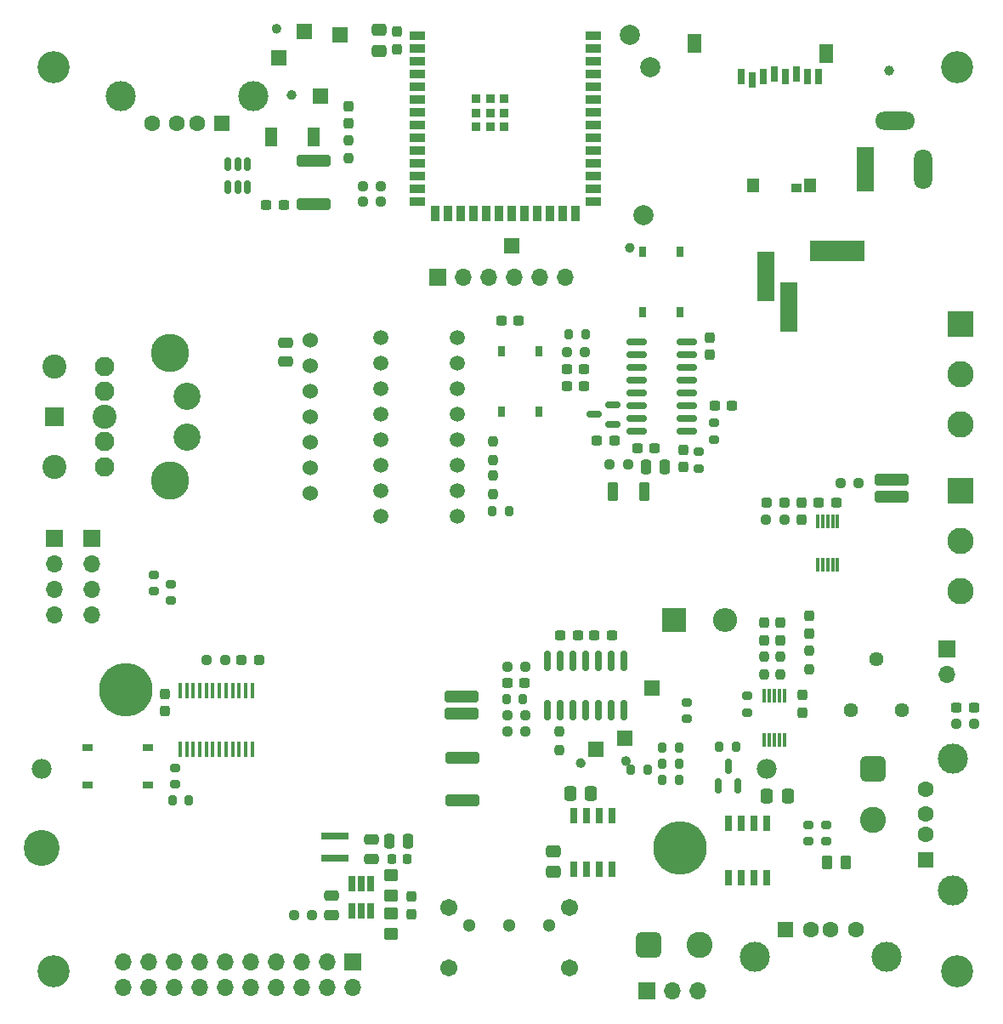
<source format=gbr>
%TF.GenerationSoftware,KiCad,Pcbnew,(6.0.9)*%
%TF.CreationDate,2023-04-07T16:32:21+03:00*%
%TF.ProjectId,ESP32_power_meter_MP3_player_WIFI_radio_V2,45535033-325f-4706-9f77-65725f6d6574,rev?*%
%TF.SameCoordinates,Original*%
%TF.FileFunction,Soldermask,Top*%
%TF.FilePolarity,Negative*%
%FSLAX46Y46*%
G04 Gerber Fmt 4.6, Leading zero omitted, Abs format (unit mm)*
G04 Created by KiCad (PCBNEW (6.0.9)) date 2023-04-07 16:32:21*
%MOMM*%
%LPD*%
G01*
G04 APERTURE LIST*
G04 Aperture macros list*
%AMRoundRect*
0 Rectangle with rounded corners*
0 $1 Rounding radius*
0 $2 $3 $4 $5 $6 $7 $8 $9 X,Y pos of 4 corners*
0 Add a 4 corners polygon primitive as box body*
4,1,4,$2,$3,$4,$5,$6,$7,$8,$9,$2,$3,0*
0 Add four circle primitives for the rounded corners*
1,1,$1+$1,$2,$3*
1,1,$1+$1,$4,$5*
1,1,$1+$1,$6,$7*
1,1,$1+$1,$8,$9*
0 Add four rect primitives between the rounded corners*
20,1,$1+$1,$2,$3,$4,$5,0*
20,1,$1+$1,$4,$5,$6,$7,0*
20,1,$1+$1,$6,$7,$8,$9,0*
20,1,$1+$1,$8,$9,$2,$3,0*%
G04 Aperture macros list end*
%ADD10C,0.487311*%
%ADD11C,1.980000*%
%ADD12C,5.325000*%
%ADD13C,3.585000*%
%ADD14C,1.300000*%
%ADD15C,1.710000*%
%ADD16C,1.500000*%
%ADD17R,0.650000X1.500000*%
%ADD18R,2.700000X0.800000*%
%ADD19R,0.800000X1.500000*%
%ADD20R,1.300000X1.400000*%
%ADD21R,1.000000X0.950000*%
%ADD22R,1.400000X1.900000*%
%ADD23R,1.950000X1.950000*%
%ADD24C,1.950000*%
%ADD25C,2.400000*%
%ADD26R,0.300000X1.400000*%
%ADD27R,0.450000X1.500000*%
%ADD28R,1.200000X1.850000*%
%ADD29RoundRect,0.150000X0.150000X-0.512500X0.150000X0.512500X-0.150000X0.512500X-0.150000X-0.512500X0*%
%ADD30RoundRect,0.237500X-0.237500X0.250000X-0.237500X-0.250000X0.237500X-0.250000X0.237500X0.250000X0*%
%ADD31R,0.700000X1.000000*%
%ADD32RoundRect,0.237500X-0.250000X-0.237500X0.250000X-0.237500X0.250000X0.237500X-0.250000X0.237500X0*%
%ADD33RoundRect,0.150000X-0.150000X0.825000X-0.150000X-0.825000X0.150000X-0.825000X0.150000X0.825000X0*%
%ADD34RoundRect,0.250000X-0.450000X0.350000X-0.450000X-0.350000X0.450000X-0.350000X0.450000X0.350000X0*%
%ADD35RoundRect,0.200000X-0.275000X0.200000X-0.275000X-0.200000X0.275000X-0.200000X0.275000X0.200000X0*%
%ADD36RoundRect,0.237500X-0.300000X-0.237500X0.300000X-0.237500X0.300000X0.237500X-0.300000X0.237500X0*%
%ADD37RoundRect,0.237500X-0.237500X0.300000X-0.237500X-0.300000X0.237500X-0.300000X0.237500X0.300000X0*%
%ADD38R,1.500000X1.500000*%
%ADD39RoundRect,0.250000X0.475000X-0.337500X0.475000X0.337500X-0.475000X0.337500X-0.475000X-0.337500X0*%
%ADD40R,1.700000X1.700000*%
%ADD41O,1.700000X1.700000*%
%ADD42RoundRect,0.237500X0.287500X0.237500X-0.287500X0.237500X-0.287500X-0.237500X0.287500X-0.237500X0*%
%ADD43RoundRect,0.150000X0.150000X-0.587500X0.150000X0.587500X-0.150000X0.587500X-0.150000X-0.587500X0*%
%ADD44RoundRect,0.237500X-0.237500X0.287500X-0.237500X-0.287500X0.237500X-0.287500X0.237500X0.287500X0*%
%ADD45RoundRect,0.150000X0.587500X0.150000X-0.587500X0.150000X-0.587500X-0.150000X0.587500X-0.150000X0*%
%ADD46RoundRect,0.650000X-0.650000X0.650000X-0.650000X-0.650000X0.650000X-0.650000X0.650000X0.650000X0*%
%ADD47C,2.600000*%
%ADD48R,0.650000X1.560000*%
%ADD49R,1.500000X0.900000*%
%ADD50R,0.900000X1.500000*%
%ADD51R,0.900000X0.900000*%
%ADD52RoundRect,0.237500X0.237500X-0.300000X0.237500X0.300000X-0.237500X0.300000X-0.237500X-0.300000X0*%
%ADD53RoundRect,0.200000X0.200000X0.275000X-0.200000X0.275000X-0.200000X-0.275000X0.200000X-0.275000X0*%
%ADD54R,5.500000X2.000000*%
%ADD55R,1.800000X5.000000*%
%ADD56RoundRect,0.250000X-1.450000X0.312500X-1.450000X-0.312500X1.450000X-0.312500X1.450000X0.312500X0*%
%ADD57RoundRect,0.250000X0.262500X0.450000X-0.262500X0.450000X-0.262500X-0.450000X0.262500X-0.450000X0*%
%ADD58RoundRect,0.200000X-0.200000X-0.275000X0.200000X-0.275000X0.200000X0.275000X-0.200000X0.275000X0*%
%ADD59R,1.800000X4.400000*%
%ADD60O,1.800000X4.000000*%
%ADD61O,4.000000X1.800000*%
%ADD62R,1.500000X1.600000*%
%ADD63C,1.600000*%
%ADD64C,3.000000*%
%ADD65RoundRect,0.200000X0.275000X-0.200000X0.275000X0.200000X-0.275000X0.200000X-0.275000X-0.200000X0*%
%ADD66RoundRect,0.237500X0.250000X0.237500X-0.250000X0.237500X-0.250000X-0.237500X0.250000X-0.237500X0*%
%ADD67RoundRect,0.250000X-0.275000X-0.700000X0.275000X-0.700000X0.275000X0.700000X-0.275000X0.700000X0*%
%ADD68RoundRect,0.225000X-0.225000X-0.250000X0.225000X-0.250000X0.225000X0.250000X-0.225000X0.250000X0*%
%ADD69RoundRect,0.250000X-0.337500X-0.475000X0.337500X-0.475000X0.337500X0.475000X-0.337500X0.475000X0*%
%ADD70R,1.000000X0.700000*%
%ADD71R,1.600000X1.500000*%
%ADD72RoundRect,0.250000X-1.450000X0.337500X-1.450000X-0.337500X1.450000X-0.337500X1.450000X0.337500X0*%
%ADD73RoundRect,0.237500X0.300000X0.237500X-0.300000X0.237500X-0.300000X-0.237500X0.300000X-0.237500X0*%
%ADD74C,3.200000*%
%ADD75C,3.810000*%
%ADD76C,2.700000*%
%ADD77C,1.524000*%
%ADD78RoundRect,0.250000X-0.475000X0.250000X-0.475000X-0.250000X0.475000X-0.250000X0.475000X0.250000X0*%
%ADD79RoundRect,0.250000X0.475000X-0.250000X0.475000X0.250000X-0.475000X0.250000X-0.475000X-0.250000X0*%
%ADD80RoundRect,0.237500X0.237500X-0.287500X0.237500X0.287500X-0.237500X0.287500X-0.237500X-0.287500X0*%
%ADD81C,1.440000*%
%ADD82RoundRect,0.237500X0.237500X-0.250000X0.237500X0.250000X-0.237500X0.250000X-0.237500X-0.250000X0*%
%ADD83C,1.000000*%
%ADD84RoundRect,0.150000X0.825000X0.150000X-0.825000X0.150000X-0.825000X-0.150000X0.825000X-0.150000X0*%
%ADD85RoundRect,0.250000X-0.250000X-0.475000X0.250000X-0.475000X0.250000X0.475000X-0.250000X0.475000X0*%
%ADD86C,2.000000*%
%ADD87RoundRect,0.650000X-0.650000X-0.650000X0.650000X-0.650000X0.650000X0.650000X-0.650000X0.650000X0*%
%ADD88R,2.400000X2.400000*%
%ADD89O,2.400000X2.400000*%
%ADD90RoundRect,0.101600X-1.206500X1.206500X-1.206500X-1.206500X1.206500X-1.206500X1.206500X1.206500X0*%
%ADD91C,2.616200*%
G04 APERTURE END LIST*
D10*
X112643655Y-73000000D02*
G75*
G03*
X112643655Y-73000000I-243655J0D01*
G01*
X112255966Y-124100000D02*
G75*
G03*
X112255966Y-124100000I-243655J0D01*
G01*
X78955966Y-57800000D02*
G75*
G03*
X78955966Y-57800000I-243655J0D01*
G01*
X107755966Y-124300000D02*
G75*
G03*
X107755966Y-124300000I-243655J0D01*
G01*
X77455966Y-51200000D02*
G75*
G03*
X77455966Y-51200000I-243655J0D01*
G01*
D11*
%TO.C,U7*%
X126040000Y-124870000D03*
X53840000Y-124870000D03*
D12*
X117400000Y-132740000D03*
D13*
X53840000Y-132740000D03*
D12*
X62200000Y-117000000D03*
%TD*%
D14*
%TO.C,S2*%
X96400000Y-140452500D03*
X100400000Y-140452500D03*
X104400000Y-140452500D03*
D15*
X94400000Y-144702500D03*
X94400000Y-138702500D03*
X106400000Y-138702500D03*
X106400000Y-144702500D03*
%TD*%
D16*
%TO.C,S1*%
X95200000Y-99700000D03*
X87580000Y-99700000D03*
X95200000Y-97160000D03*
X87580000Y-97160000D03*
X95200000Y-94620000D03*
X87580000Y-94620000D03*
X95200000Y-92080000D03*
X87580000Y-92080000D03*
X95200000Y-89540000D03*
X87580000Y-89540000D03*
X95200000Y-87000000D03*
X87580000Y-87000000D03*
X95200000Y-84460000D03*
X87580000Y-84460000D03*
X95200000Y-81920000D03*
X87580000Y-81920000D03*
%TD*%
D17*
%TO.C,Q2*%
X126005000Y-130300000D03*
X124735000Y-130300000D03*
X123465000Y-130300000D03*
X122195000Y-130300000D03*
X122195000Y-135700000D03*
X123465000Y-135700000D03*
X124735000Y-135700000D03*
X126005000Y-135700000D03*
%TD*%
D18*
%TO.C,L1*%
X83050000Y-133762500D03*
X83050000Y-131562500D03*
%TD*%
D19*
%TO.C,J2*%
X123485000Y-55939000D03*
X124585000Y-56339000D03*
X125685000Y-55939000D03*
X126785000Y-55739000D03*
X127885000Y-55939000D03*
X128985000Y-55739000D03*
X130085000Y-55939000D03*
X131185000Y-55939000D03*
D20*
X130375000Y-66799000D03*
D21*
X128985000Y-67025000D03*
D20*
X124675000Y-66799000D03*
D22*
X131975000Y-53650000D03*
X118825000Y-52650000D03*
%TD*%
D23*
%TO.C,J1*%
X55050000Y-89800000D03*
D24*
X60050000Y-84800000D03*
X60050000Y-87300000D03*
X60050000Y-92300000D03*
X60050000Y-94800000D03*
D25*
X55050000Y-84800000D03*
X55050000Y-94800000D03*
X60050000Y-89800000D03*
%TD*%
D26*
%TO.C,IC4*%
X127800000Y-117600000D03*
X127300000Y-117600000D03*
X126800000Y-117600000D03*
X126300000Y-117600000D03*
X125800000Y-117600000D03*
X125800000Y-122000000D03*
X126300000Y-122000000D03*
X126800000Y-122000000D03*
X127300000Y-122000000D03*
X127800000Y-122000000D03*
%TD*%
D17*
%TO.C,IC3*%
X106795000Y-134900000D03*
X108065000Y-134900000D03*
X109335000Y-134900000D03*
X110605000Y-134900000D03*
X110605000Y-129500000D03*
X109335000Y-129500000D03*
X108065000Y-129500000D03*
X106795000Y-129500000D03*
%TD*%
D26*
%TO.C,IC2*%
X131100000Y-104600000D03*
X131600000Y-104600000D03*
X132100000Y-104600000D03*
X132600000Y-104600000D03*
X133100000Y-104600000D03*
X133100000Y-100200000D03*
X132600000Y-100200000D03*
X132100000Y-100200000D03*
X131600000Y-100200000D03*
X131100000Y-100200000D03*
%TD*%
D27*
%TO.C,IC1*%
X67625000Y-122950000D03*
X68275000Y-122950000D03*
X68925000Y-122950000D03*
X69575000Y-122950000D03*
X70225000Y-122950000D03*
X70875000Y-122950000D03*
X71525000Y-122950000D03*
X72175000Y-122950000D03*
X72825000Y-122950000D03*
X73475000Y-122950000D03*
X74125000Y-122950000D03*
X74775000Y-122950000D03*
X74775000Y-117050000D03*
X74125000Y-117050000D03*
X73475000Y-117050000D03*
X72825000Y-117050000D03*
X72175000Y-117050000D03*
X71525000Y-117050000D03*
X70875000Y-117050000D03*
X70225000Y-117050000D03*
X69575000Y-117050000D03*
X68925000Y-117050000D03*
X68275000Y-117050000D03*
X67625000Y-117050000D03*
%TD*%
D28*
%TO.C,FB1*%
X76650000Y-61950000D03*
X80950000Y-61950000D03*
%TD*%
D29*
%TO.C,U5*%
X72400000Y-66937500D03*
X73350000Y-66937500D03*
X74300000Y-66937500D03*
X74300000Y-64662500D03*
X73350000Y-64662500D03*
X72400000Y-64662500D03*
%TD*%
D30*
%TO.C,R41*%
X125800000Y-113687500D03*
X125800000Y-115512500D03*
%TD*%
%TO.C,R39*%
X127400000Y-113687500D03*
X127400000Y-115512500D03*
%TD*%
%TO.C,R9*%
X130300000Y-113107500D03*
X130300000Y-114932500D03*
%TD*%
D31*
%TO.C,SW3*%
X113700000Y-73425000D03*
X113700000Y-79425000D03*
X117400000Y-79425000D03*
X117400000Y-73425000D03*
%TD*%
D32*
%TO.C,FB2*%
X78937500Y-139462500D03*
X80762500Y-139462500D03*
%TD*%
D33*
%TO.C,U6*%
X111810000Y-114125000D03*
X110540000Y-114125000D03*
X109270000Y-114125000D03*
X108000000Y-114125000D03*
X106730000Y-114125000D03*
X105460000Y-114125000D03*
X104190000Y-114125000D03*
X104190000Y-119075000D03*
X105460000Y-119075000D03*
X106730000Y-119075000D03*
X108000000Y-119075000D03*
X109270000Y-119075000D03*
X110540000Y-119075000D03*
X111810000Y-119075000D03*
%TD*%
D34*
%TO.C,RR1*%
X88650000Y-135462500D03*
X88650000Y-137462500D03*
%TD*%
D35*
%TO.C,R24*%
X65000000Y-105575000D03*
X65000000Y-107225000D03*
%TD*%
D36*
%TO.C,C15*%
X144937500Y-118800000D03*
X146662500Y-118800000D03*
%TD*%
D37*
%TO.C,C13*%
X117700000Y-93137500D03*
X117700000Y-94862500D03*
%TD*%
D38*
%TO.C,TP4*%
X100600000Y-72800000D03*
%TD*%
D39*
%TO.C,C23*%
X104800000Y-135137500D03*
X104800000Y-133062500D03*
%TD*%
D40*
%TO.C,J16*%
X55100000Y-101900000D03*
D41*
X55100000Y-104440000D03*
X55100000Y-106980000D03*
X55100000Y-109520000D03*
%TD*%
D42*
%TO.C,D3*%
X75475000Y-114000000D03*
X73725000Y-114000000D03*
%TD*%
D43*
%TO.C,U8*%
X121250000Y-126537500D03*
X123150000Y-126537500D03*
X122200000Y-124662500D03*
%TD*%
D44*
%TO.C,D1*%
X130300000Y-109675000D03*
X130300000Y-111425000D03*
%TD*%
D45*
%TO.C,U1*%
X110737500Y-90550000D03*
X110737500Y-88650000D03*
X108862500Y-89600000D03*
%TD*%
D40*
%TO.C,J14*%
X84800000Y-144100000D03*
D41*
X84800000Y-146640000D03*
X82260000Y-144100000D03*
X82260000Y-146640000D03*
X79720000Y-144100000D03*
X79720000Y-146640000D03*
X77180000Y-144100000D03*
X77180000Y-146640000D03*
X74640000Y-144100000D03*
X74640000Y-146640000D03*
X72100000Y-144100000D03*
X72100000Y-146640000D03*
X69560000Y-144100000D03*
X69560000Y-146640000D03*
X67020000Y-144100000D03*
X67020000Y-146640000D03*
X64480000Y-144100000D03*
X64480000Y-146640000D03*
X61940000Y-144100000D03*
X61940000Y-146640000D03*
%TD*%
D46*
%TO.C,J10*%
X136600000Y-124860000D03*
D47*
X136600000Y-129940000D03*
%TD*%
D48*
%TO.C,U9*%
X86600000Y-136312500D03*
X85650000Y-136312500D03*
X84700000Y-136312500D03*
X84700000Y-139012500D03*
X85650000Y-139012500D03*
X86600000Y-139012500D03*
%TD*%
D37*
%TO.C,C27*%
X90650000Y-137600000D03*
X90650000Y-139325000D03*
%TD*%
D49*
%TO.C,U4*%
X91250000Y-51860000D03*
X91250000Y-53130000D03*
X91250000Y-54400000D03*
X91250000Y-55670000D03*
X91250000Y-56940000D03*
X91250000Y-58210000D03*
X91250000Y-59480000D03*
X91250000Y-60750000D03*
X91250000Y-62020000D03*
X91250000Y-63290000D03*
X91250000Y-64560000D03*
X91250000Y-65830000D03*
X91250000Y-67100000D03*
X91250000Y-68370000D03*
D50*
X93015000Y-69620000D03*
X94285000Y-69620000D03*
X95555000Y-69620000D03*
X96825000Y-69620000D03*
X98095000Y-69620000D03*
X99365000Y-69620000D03*
X100635000Y-69620000D03*
X101905000Y-69620000D03*
X103175000Y-69620000D03*
X104445000Y-69620000D03*
X105715000Y-69620000D03*
X106985000Y-69620000D03*
D49*
X108750000Y-68370000D03*
X108750000Y-67100000D03*
X108750000Y-65830000D03*
X108750000Y-64560000D03*
X108750000Y-63290000D03*
X108750000Y-62020000D03*
X108750000Y-60750000D03*
X108750000Y-59480000D03*
X108750000Y-58210000D03*
X108750000Y-56940000D03*
X108750000Y-55670000D03*
X108750000Y-54400000D03*
X108750000Y-53130000D03*
X108750000Y-51860000D03*
D51*
X98500000Y-59580000D03*
X97100000Y-59580000D03*
X97100000Y-58180000D03*
X99900000Y-58180000D03*
X98500000Y-60980000D03*
X99900000Y-59580000D03*
X99900000Y-60980000D03*
X98500000Y-58180000D03*
X97100000Y-60980000D03*
%TD*%
D40*
%TO.C,J13*%
X144000000Y-112925000D03*
D41*
X144000000Y-115465000D03*
%TD*%
D52*
%TO.C,C8*%
X66100000Y-119162500D03*
X66100000Y-117437500D03*
%TD*%
D53*
%TO.C,R45*%
X117275000Y-122750000D03*
X115625000Y-122750000D03*
%TD*%
D54*
%TO.C,J5*%
X133086000Y-73352000D03*
D55*
X128260000Y-78940000D03*
X125974000Y-75892000D03*
%TD*%
D56*
%TO.C,F1*%
X80950000Y-64362500D03*
X80950000Y-68637500D03*
%TD*%
D52*
%TO.C,C17*%
X129500000Y-100062500D03*
X129500000Y-98337500D03*
%TD*%
D57*
%TO.C,R29*%
X133912500Y-134200000D03*
X132087500Y-134200000D03*
%TD*%
D52*
%TO.C,C6*%
X89200000Y-53232500D03*
X89200000Y-51507500D03*
%TD*%
D31*
%TO.C,SW2*%
X103350000Y-89300000D03*
X103350000Y-83300000D03*
X99650000Y-83300000D03*
X99650000Y-89300000D03*
%TD*%
D58*
%TO.C,R13*%
X66850000Y-128000000D03*
X68500000Y-128000000D03*
%TD*%
D36*
%TO.C,C3*%
X109137500Y-92200000D03*
X110862500Y-92200000D03*
%TD*%
D59*
%TO.C,J7*%
X135850000Y-65200000D03*
D60*
X141650000Y-65200000D03*
D61*
X138850000Y-60400000D03*
%TD*%
D42*
%TO.C,D2*%
X127775000Y-98400000D03*
X126025000Y-98400000D03*
%TD*%
D36*
%TO.C,C11*%
X106150000Y-86750000D03*
X107875000Y-86750000D03*
%TD*%
D38*
%TO.C,TP7*%
X81600000Y-57900000D03*
%TD*%
D35*
%TO.C,R23*%
X66700000Y-106475000D03*
X66700000Y-108125000D03*
%TD*%
D30*
%TO.C,R12*%
X84400000Y-62300000D03*
X84400000Y-64125000D03*
%TD*%
D62*
%TO.C,J11*%
X141840000Y-133900000D03*
D63*
X141840000Y-131400000D03*
X141840000Y-129400000D03*
X141840000Y-126900000D03*
D64*
X144550000Y-123830000D03*
X144550000Y-136970000D03*
%TD*%
D65*
%TO.C,R38*%
X120800000Y-92075000D03*
X120800000Y-90425000D03*
%TD*%
D66*
%TO.C,R30*%
X146712500Y-120400000D03*
X144887500Y-120400000D03*
%TD*%
D67*
%TO.C,L2*%
X110725000Y-97250000D03*
X113875000Y-97250000D03*
%TD*%
D68*
%TO.C,C30*%
X88675000Y-133862500D03*
X90225000Y-133862500D03*
%TD*%
D69*
%TO.C,C22*%
X106462500Y-127300000D03*
X108537500Y-127300000D03*
%TD*%
D38*
%TO.C,TP1*%
X109050000Y-122900000D03*
%TD*%
D35*
%TO.C,R27*%
X130150000Y-130425000D03*
X130150000Y-132075000D03*
%TD*%
D70*
%TO.C,SW1*%
X64400000Y-122750000D03*
X58400000Y-122750000D03*
X58400000Y-126450000D03*
X64400000Y-126450000D03*
%TD*%
D58*
%TO.C,R43*%
X115625000Y-125950000D03*
X117275000Y-125950000D03*
%TD*%
D53*
%TO.C,R40*%
X101775000Y-117950000D03*
X100125000Y-117950000D03*
%TD*%
D71*
%TO.C,J3*%
X71800000Y-60600000D03*
D63*
X69300000Y-60600000D03*
X67300000Y-60600000D03*
X64800000Y-60600000D03*
D64*
X61730000Y-57890000D03*
X74870000Y-57890000D03*
%TD*%
D36*
%TO.C,C20*%
X105475000Y-111600000D03*
X107200000Y-111600000D03*
%TD*%
D32*
%TO.C,R26*%
X133387500Y-96400000D03*
X135212500Y-96400000D03*
%TD*%
D65*
%TO.C,R33*%
X132000000Y-132075000D03*
X132000000Y-130425000D03*
%TD*%
D38*
%TO.C,TP9*%
X83500000Y-51800000D03*
%TD*%
D72*
%TO.C,R42*%
X95600000Y-117662500D03*
X95600000Y-119337500D03*
%TD*%
D73*
%TO.C,C2*%
X114862500Y-92950000D03*
X113137500Y-92950000D03*
%TD*%
D74*
%TO.C,H4*%
X55000000Y-145000000D03*
%TD*%
D30*
%TO.C,R16*%
X98800000Y-95687500D03*
X98800000Y-97512500D03*
%TD*%
D40*
%TO.C,JP1*%
X114075000Y-147000000D03*
D41*
X116615000Y-147000000D03*
X119155000Y-147000000D03*
%TD*%
D75*
%TO.C,U3*%
X66615000Y-83450000D03*
X66615000Y-96150000D03*
D76*
X68266000Y-91832000D03*
X68266000Y-87768000D03*
D77*
X80585000Y-82180000D03*
X80585000Y-84720000D03*
X80585000Y-97420000D03*
X80585000Y-94880000D03*
X80585000Y-92340000D03*
X80585000Y-89800000D03*
X80585000Y-87260000D03*
%TD*%
D30*
%TO.C,R17*%
X98800000Y-92287500D03*
X98800000Y-94112500D03*
%TD*%
D44*
%TO.C,D4*%
X84400000Y-58887500D03*
X84400000Y-60637500D03*
%TD*%
D65*
%TO.C,R14*%
X67150000Y-126425000D03*
X67150000Y-124775000D03*
%TD*%
D74*
%TO.C,H3*%
X145000000Y-145000000D03*
%TD*%
D58*
%TO.C,R25*%
X106325000Y-81650000D03*
X107975000Y-81650000D03*
%TD*%
D73*
%TO.C,C10*%
X101312500Y-80300000D03*
X99587500Y-80300000D03*
%TD*%
D78*
%TO.C,C28*%
X86650000Y-131912500D03*
X86650000Y-133812500D03*
%TD*%
D79*
%TO.C,C26*%
X82650000Y-139412500D03*
X82650000Y-137512500D03*
%TD*%
D36*
%TO.C,C19*%
X108875000Y-111600000D03*
X110600000Y-111600000D03*
%TD*%
D32*
%TO.C,R32*%
X100175000Y-119550000D03*
X102000000Y-119550000D03*
%TD*%
D38*
%TO.C,TP3*%
X111900000Y-121800000D03*
%TD*%
D37*
%TO.C,C24*%
X129600000Y-117537500D03*
X129600000Y-119262500D03*
%TD*%
D65*
%TO.C,R35*%
X119250000Y-94975000D03*
X119250000Y-93325000D03*
%TD*%
D36*
%TO.C,C14*%
X120837500Y-88750000D03*
X122562500Y-88750000D03*
%TD*%
D58*
%TO.C,R48*%
X121325000Y-122650000D03*
X122975000Y-122650000D03*
%TD*%
D38*
%TO.C,TP2*%
X114600000Y-116800000D03*
%TD*%
D80*
%TO.C,D5*%
X127400000Y-112075000D03*
X127400000Y-110325000D03*
%TD*%
D71*
%TO.C,J8*%
X127900000Y-140840000D03*
D63*
X130400000Y-140840000D03*
X132400000Y-140840000D03*
X134900000Y-140840000D03*
D64*
X137970000Y-143550000D03*
X124830000Y-143550000D03*
%TD*%
D35*
%TO.C,R37*%
X118100000Y-118275000D03*
X118100000Y-119925000D03*
%TD*%
D58*
%TO.C,R44*%
X115625000Y-124400000D03*
X117275000Y-124400000D03*
%TD*%
D40*
%TO.C,J4*%
X93250000Y-75900000D03*
D41*
X95790000Y-75900000D03*
X98330000Y-75900000D03*
X100870000Y-75900000D03*
X103410000Y-75900000D03*
X105950000Y-75900000D03*
%TD*%
D32*
%TO.C,R50*%
X85787500Y-66890000D03*
X87612500Y-66890000D03*
%TD*%
D81*
%TO.C,RV1*%
X139500000Y-119000000D03*
X136960000Y-113920000D03*
X134420000Y-119000000D03*
%TD*%
D69*
%TO.C,C25*%
X126062500Y-127600000D03*
X128137500Y-127600000D03*
%TD*%
D32*
%TO.C,R10*%
X125982500Y-100030000D03*
X127807500Y-100030000D03*
%TD*%
D36*
%TO.C,C12*%
X106150000Y-85100000D03*
X107875000Y-85100000D03*
%TD*%
D82*
%TO.C,R36*%
X105400000Y-123012500D03*
X105400000Y-121187500D03*
%TD*%
D35*
%TO.C,R46*%
X124050000Y-117625000D03*
X124050000Y-119275000D03*
%TD*%
D34*
%TO.C,RR2*%
X88650000Y-139262500D03*
X88650000Y-141262500D03*
%TD*%
D73*
%TO.C,C18*%
X101937500Y-116350000D03*
X100212500Y-116350000D03*
%TD*%
D79*
%TO.C,C4*%
X78100000Y-84350000D03*
X78100000Y-82450000D03*
%TD*%
D74*
%TO.C,H2*%
X145000000Y-55000000D03*
%TD*%
D32*
%TO.C,R31*%
X100175000Y-121150000D03*
X102000000Y-121150000D03*
%TD*%
D73*
%TO.C,C9*%
X77912500Y-68750000D03*
X76187500Y-68750000D03*
%TD*%
D66*
%TO.C,R49*%
X87612500Y-68400000D03*
X85787500Y-68400000D03*
%TD*%
D83*
%TO.C,FID1*%
X138200000Y-55400000D03*
%TD*%
D84*
%TO.C,U2*%
X118075000Y-91245000D03*
X118075000Y-89975000D03*
X118075000Y-88705000D03*
X118075000Y-87435000D03*
X118075000Y-86165000D03*
X118075000Y-84895000D03*
X118075000Y-83625000D03*
X118075000Y-82355000D03*
X113125000Y-82355000D03*
X113125000Y-83625000D03*
X113125000Y-84895000D03*
X113125000Y-86165000D03*
X113125000Y-87435000D03*
X113125000Y-88705000D03*
X113125000Y-89975000D03*
X113125000Y-91245000D03*
%TD*%
D85*
%TO.C,C29*%
X88450000Y-132062500D03*
X90350000Y-132062500D03*
%TD*%
D86*
%TO.C,TP11*%
X113800000Y-69800000D03*
%TD*%
D66*
%TO.C,R11*%
X72092500Y-114060000D03*
X70267500Y-114060000D03*
%TD*%
%TO.C,R1*%
X112212500Y-94550000D03*
X110387500Y-94550000D03*
%TD*%
D56*
%TO.C,F2*%
X95700000Y-123762500D03*
X95700000Y-128037500D03*
%TD*%
D38*
%TO.C,TP10*%
X80000000Y-51500000D03*
%TD*%
D72*
%TO.C,R28*%
X138500000Y-96125000D03*
X138500000Y-97800000D03*
%TD*%
D74*
%TO.C,H1*%
X55000000Y-55000000D03*
%TD*%
D66*
%TO.C,R20*%
X107925000Y-83400000D03*
X106100000Y-83400000D03*
%TD*%
D85*
%TO.C,C1*%
X114000000Y-94800000D03*
X115900000Y-94800000D03*
%TD*%
D32*
%TO.C,R34*%
X100187500Y-114750000D03*
X102012500Y-114750000D03*
%TD*%
D39*
%TO.C,C5*%
X87400000Y-53407500D03*
X87400000Y-51332500D03*
%TD*%
D58*
%TO.C,R15*%
X98725000Y-99200000D03*
X100375000Y-99200000D03*
%TD*%
D40*
%TO.C,J15*%
X58800000Y-101900000D03*
D41*
X58800000Y-104440000D03*
X58800000Y-106980000D03*
X58800000Y-109520000D03*
%TD*%
D80*
%TO.C,D6*%
X125800000Y-112075000D03*
X125800000Y-110325000D03*
%TD*%
D38*
%TO.C,TP5*%
X77400000Y-54100000D03*
%TD*%
D87*
%TO.C,J6*%
X114260000Y-142400000D03*
D47*
X119340000Y-142400000D03*
%TD*%
D88*
%TO.C,D7*%
X116787500Y-110070500D03*
D89*
X121867500Y-110070500D03*
%TD*%
D52*
%TO.C,C21*%
X120350000Y-83662500D03*
X120350000Y-81937500D03*
%TD*%
D53*
%TO.C,R51*%
X114175000Y-125000000D03*
X112525000Y-125000000D03*
%TD*%
D36*
%TO.C,C16*%
X131237500Y-98400000D03*
X132962500Y-98400000D03*
%TD*%
D86*
%TO.C,TP12*%
X112400000Y-51800000D03*
%TD*%
%TO.C,TP13*%
X114400000Y-55000000D03*
%TD*%
D90*
%TO.C,J12*%
X145350420Y-97200010D03*
D91*
X145350420Y-102198730D03*
X145350420Y-107199990D03*
%TD*%
D90*
%TO.C,J9*%
X145350420Y-80600010D03*
D91*
X145350420Y-85598730D03*
X145350420Y-90599990D03*
%TD*%
M02*

</source>
